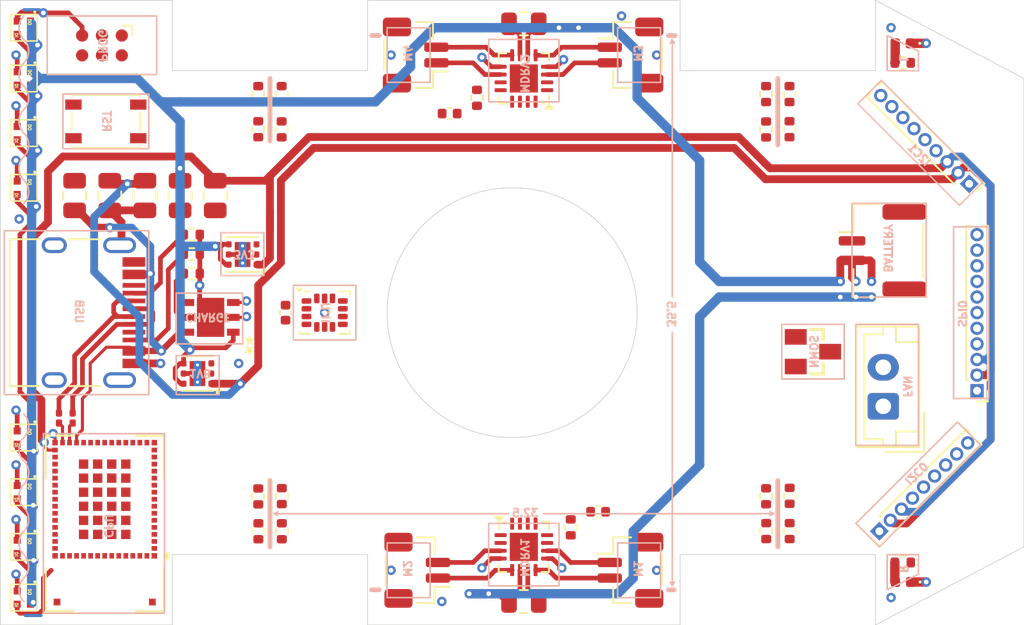
<source format=kicad_pcb>
(kicad_pcb (version 20241229) (generator "pcbnew") (generator_version "9.0")
  (layers (0 "F.Cu" signal) (4 "In1.Cu" signal) (6 "In2.Cu" signal) (8 "In3.Cu" signal) (10 "In4.Cu" signal) (2 "B.Cu" signal) (13 "F.Paste" user) (15 "B.Paste" user) (5 "F.SilkS" user "F.Silkscreen") (7 "B.SilkS" user "B.Silkscreen") (1 "F.Mask" user) (3 "B.Mask" user) (25 "Edge.Cuts" user))
  (net 0 "")
  (net 25 "/TURN_R")
  (net 46 "/TURN_L")
  (net 57 "/IMU_CS")
  (net 70 "Net-(U3-TOFF)")
  (net 71 "Net-(U2-TOFF)")
  (net 72 "Net-(M1-Pin_2)")
  (net 73 "+BATT")
  (net 74 "Net-(M1-Pin_1)")
  (net 75 "Net-(M2-Pin_2)")
  (net 76 "Net-(M2-Pin_1)")
  (net 77 "Net-(M3-Pin_2)")
  (net 78 "Net-(M3-Pin_1)")
  (net 79 "VBUS")
  (net 80 "GND")
  (net 81 "+3V3")
  (net 82 "Net-(J1-CC1)")
  (net 83 "/USB_D+")
  (net 84 "/USB_D-")
  (net 85 "Net-(J1-CC2)")
  (net 88 "/IMU_CLK")
  (net 89 "/IMU_MISO")
  (net 90 "/SENSE_LF")
  (net 94 "/SENSE_LR")
  (net 95 "/SENSE_RF")
  (net 97 "/SENSE_RR")
  (net 98 "/IMU_INT2")
  (net 99 "/IMU_MOSI")
  (net 100 "/SWCLK")
  (net 101 "/SWO")
  (net 102 "/RST")
  (net 103 "/SWDIO")
  (net 104 "Net-(D1-A)")
  (net 105 "Net-(D2-A)")
  (net 106 "Net-(U1-PH3-BOOT0)")
  (net 107 "/IMU_INT1")
  (net 108 "Net-(M4-Pin_1)")
  (net 109 "Net-(M4-Pin_2)")
  (net 110 "/R_PH_B")
  (net 111 "/R_PWM_A")
  (net 112 "/R_PWM_B")
  (net 113 "/R_RESET")
  (net 114 "/R_EN")
  (net 115 "/R_PH_A")
  (net 118 "Net-(J1-D+-PadA6)")
  (net 119 "Net-(J1-D--PadA7)")
  (net 120 "Net-(LED1-DOUT)")
  (net 121 "Net-(LED2-DOUT)")
  (net 122 "Net-(LED3-DOUT)")
  (net 123 "Net-(LED4-DOUT)")
  (net 124 "Net-(LED5-DOUT)")
  (net 125 "Net-(LED6-DOUT)")
  (net 126 "Net-(LED7-DOUT)")
  (net 128 "Net-(C8-Pad1)")
  (net 129 "Net-(C9-Pad1)")
  (net 130 "/LED_INPUT")
  (net 131 "/PWRON")
  (net 132 "/CHARGE")
  (net 133 "Net-(U6-PROG)")
  (net 134 "/L_PH_A")
  (net 135 "/L_EN")
  (net 136 "/L_PWM_B")
  (net 137 "/L_RESET")
  (net 138 "/L_PWM_A")
  (net 139 "/L_PH_B")
  (net 140 "+1V8")
  (net 165 "/FAN_CTRL")
  (footprint "MountingHole:MountingHole_2.1mm" (layer "F.Cu") (at 140.25 127.5 90)
    (property "Reference" "H3" (hide yes))
    (property "Value" "MountingHole" (hide yes))
  )
  (footprint "Capacitor_SMD:C_0805_2012Metric" (layer "F.Cu") (at 133.5 101.5 180)
    (property "Reference" "C3" (hide yes))
    (property "Value" "2.2u" (hide yes))
  )
  (footprint "Button_Switch_SMD:SW_SPST_PTS810" (layer "F.Cu") (at 106.75 107.75 180)
    (property "Reference" "SW1" (hide yes))
    (property "Value" "SW_Push" (hide yes))
  )
  (footprint "Connector_PinHeader_1.00mm:PinHeader_1x11_P1.00mm_Vertical" (layer "F.Cu") (at 162.5 125 180)
    (property "Reference" "J2" (hide yes))
    (property "Value" "Conn_01x11_Socket" (hide yes))
  )
  (footprint "Resistor_SMD:R_0402_1005Metric" (layer "F.Cu") (at 157.75 104 180)
    (property "Reference" "R3" (hide yes))
    (property "Value" "300r" (hide yes))
  )
  (footprint "Resistor_SMD:R_0402_1005Metric" (layer "F.Cu") (at 116.5 131.77 90)
    (property "Reference" "MR9" (hide yes))
    (property "Value" "5.1k" (hide yes))
  )
  (footprint "Resistor_SMD:R_0402_1005Metric" (layer "F.Cu") (at 116.5 108.25 90)
    (property "Reference" "MR3" (hide yes))
    (property "Value" "5.1k" (hide yes))
  )
  (footprint "Resistor_SMD:R_0402_1005Metric" (layer "F.Cu") (at 112.25 115 180)
    (property "Reference" "R1" (hide yes))
    (property "Value" "5.1k" (hide yes))
  )
  (footprint "Resistor_SMD:R_0402_1005Metric" (layer "F.Cu") (at 150.51 131.73 90)
    (property "Reference" "MR14" (hide yes))
    (property "Value" "5.1k" (hide yes))
  )
  (footprint "1010rgbled:LED-SMD_4P-L1.0-W1.0-TL_XL-1010RGBC-WS2812B" (layer "F.Cu") (at 101.5 128 -90)
    (property "Reference" "LED4" (hide yes))
    (property "Value" "WS2812B" (hide yes))
  )
  (footprint "Connector_JST:JST_SH_BM02B-SRSS-TB_1x02-1MP_P1.00mm_Vertical" (layer "F.Cu") (at 126.675 136.5 90)
    (property "Reference" "M2" (hide yes))
    (property "Value" "Conn_01x02_Socket" (hide yes))
  )
  (footprint "Capacitor_SMD:C_0805_2012Metric" (layer "F.Cu") (at 109.25 112.5 -90)
    (property "Reference" "C5" (hide yes))
    (property "Value" "10u" (hide yes))
  )
  (footprint "Package_DFN_QFN:VQFN-16-1EP_3x3mm_P0.5mm_EP1.8x1.8mm" (layer "F.Cu") (at 133.5 105 180)
    (property "Reference" "U2" (hide yes))
    (property "Value" "STSPIN240" (hide yes))
  )
  (footprint "Capacitor_SMD:C_0805_2012Metric" (layer "F.Cu") (at 107 112.5 -90)
    (property "Reference" "C4" (hide yes))
    (property "Value" "10u" (hide yes))
  )
  (footprint "Capacitor_SMD:C_0805_2012Metric" (layer "F.Cu") (at 113.75 112.5 -90)
    (property "Reference" "C10" (hide yes))
    (property "Value" "10u" (hide yes))
  )
  (footprint "Connector_JST:JST_SH_BM02B-SRSS-TB_1x02-1MP_P1.00mm_Vertical" (layer "F.Cu") (at 140.325 103.5 -90)
    (property "Reference" "M3" (hide yes))
    (property "Value" "Conn_01x02_Socket" (hide yes))
  )
  (footprint "Resistor_SMD:R_0402_1005Metric" (layer "F.Cu") (at 130.5 106.24 -90)
    (property "Reference" "R7" (hide yes))
    (property "Value" "20k" (hide yes))
  )
  (footprint "Package_SON:WSON-6-1EP_2x2mm_P0.65mm_EP1x1.6mm_ThermalVias" (layer "F.Cu") (at 115.5 116.275 180)
    (property "Reference" "U7" (hide yes))
    (property "Value" "LP5912-3.3DRV" (hide yes))
  )
  (footprint "stbc08:DFN6_3X3_STM" (layer "F.Cu") (at 113.4524 120.299999 180)
    (property "Reference" "U6" (hide yes))
    (property "Value" "STBC08PMR" (hide yes))
  )
  (footprint "Connector_USB:USB_C_Receptacle_HRO_TYPE-C-31-M-12" (layer "F.Cu") (at 104.5 120 -90)
    (property "Reference" "J1" (hide yes))
    (property "Value" "USB_C_Receptacle_USB2.0_14P" (hide yes))
  )
  (footprint "Connector:Tag-Connect_TC2030-IDC-NL_2x03_P1.27mm_Vertical" (layer "F.Cu") (at 106.5 102.885 180)
    (property "Reference" "J11" (hide yes))
    (property "Value" "TC2030" (hide yes))
  )
  (footprint "Resistor_SMD:R_0402_1005Metric" (layer "F.Cu") (at 150.5 108.25 90)
    (property "Reference" "MR8" (hide yes))
    (property "Value" "5.1k" (hide yes))
  )
  (footprint "Resistor_SMD:R_0402_1005Metric" (layer "F.Cu") (at 116.51 134 90)
    (property "Reference" "MR11" (hide yes))
    (property "Value" "5.1k" (hide yes))
  )
  (footprint "Resistor_SMD:R_0402_1005Metric" (layer "F.Cu") (at 150.51 133.99 90)
    (property "Reference" "MR16" (hide yes))
    (property "Value" "5.1k" (hide yes))
  )
  (footprint "Capacitor_SMD:C_0402_1005Metric" (layer "F.Cu") (at 138.25 132.75)
    (property "Reference" "C9" (hide yes))
    (property "Value" "1n" (hide yes))
  )
  (footprint "Resistor_SMD:R_0402_1005Metric" (layer "F.Cu") (at 118.01 131.75 90)
    (property "Reference" "MR10" (hide yes))
    (property "Value" "5.1k" (hide yes))
  )
  (footprint "Package_SON:WSON-6-1EP_2x2mm_P0.65mm_EP1x1.6mm_ThermalVias" (layer "F.Cu") (at 112.6125 123.9 180)
    (property "Reference" "U4" (hide yes))
    (property "Value" "LP5912-1.8DRV" (hide yes))
  )
  (footprint "1010rgbled:LED-SMD_4P-L1.0-W1.0-TL_XL-1010RGBC-WS2812B" (layer "F.Cu") (at 101.5 105 -90)
    (property "Reference" "LED7" (hide yes))
    (property "Value" "WS2812B" (hide yes))
  )
  (footprint "Resistor_SMD:R_0402_1005Metric" (layer "F.Cu") (at 118.01 134 90)
    (property "Reference" "MR12" (hide yes))
    (property "Value" "5.1k" (hide yes))
  )
  (footprint "Resistor_SMD:R_0402_1005Metric" (layer "F.Cu") (at 149 108.265 90)
    (property "Reference" "MR7" (hide yes))
    (property "Value" "5.1k" (hide yes))
  )
  (footprint "Package_DFN_QFN:VQFN-16-1EP_3x3mm_P0.5mm_EP1.8x1.8mm" (layer "F.Cu") (at 133.5 135)
    (property "Reference" "U3" (hide yes))
    (property "Value" "STSPIN240" (hide yes))
  )
  (footprint "LED_SMD:LED_0402_1005Metric" (layer "F.Cu") (at 157.765 137.25 180)
    (property "Reference" "D1" (hide yes))
    (property "Value" "LED" (hide yes))
  )
  (footprint "Connector_PinHeader_1.00mm:PinHeader_1x09_P1.00mm_Vertical" (layer "F.Cu") (at 156.25 134 135)
    (property "Reference" "J10" (hide yes))
    (property "Value" "Conn_01x09_Socket" (hide yes))
  )
  (footprint "Resistor_SMD:R_0402_1005Metric" (layer "F.Cu") (at 149 131.76 90)
    (property "Reference" "MR13" (hide yes))
    (property "Value" "5.1k" (hide yes))
  )
  (footprint "Connector_JST:JST_GH_BM02B-GHS-TBT_1x02-1MP_P1.25mm_Vertical" (layer "F.Cu") (at 156.45 116.025 -90)
    (property "Reference" "J9" (hide yes))
    (property "Value" "Conn_01x02_Socket" (hide yes))
  )
  (footprint "Resistor_SMD:R_0402_1005Metric" (layer "F.Cu") (at 118 106 90)
    (property "Reference" "MR2" (hide yes))
    (property "Value" "5.1k" (hide yes))
  )
  (footprint "Connector_PinHeader_1.00mm:PinHeader_1x09_P1.00mm_Vertical" (layer "F.Cu") (at 162 111.75 -135)
    (property "Reference" "J3" (hide yes))
    (property "Value" "Conn_01x09_Socket" (hide yes))
  )
  (footprint "Resistor_SMD:R_0402_1005Metric" (layer "F.Cu") (at 136.5 133.75 90)
    (property "Reference" "R8" (hide yes))
    (property "Value" "20k" (hide yes))
  )
  (footprint "Capacitor_SMD:C_0805_2012Metric" (layer "F.Cu") (at 111.5 112.5 -90)
    (property "Reference" "C7" (hide yes))
    (property "Value" "10u" (hide yes))
  )
  (footprint "1010rgbled:LED-SMD_4P-L1.0-W1.0-TL_XL-1010RGBC-WS2812B" (layer "F.Cu") (at 101.5 138.25 -90)
    (property "Reference" "LED1" (hide yes))
    (property "Value" "WS2812B" (hide yes))
  )
  (footprint "Resistor_SMD:R_0402_1005Metric" (layer "F.Cu") (at 118 108.26 90)
    (property "Reference" "MR4" (hide yes))
    (property "Value" "5.1k" (hide yes))
  )
  (footprint "Resistor_SMD:R_0402_1005Metric" (layer "F.Cu") (at 116.5 106 90)
    (property "Reference" "MR1" (hide yes))
    (property "Value" "5.1k" (hide yes))
  )
  (footprint "Resistor_SMD:R_0201_0603Metric" (layer "F.Cu") (at 104.625 126.75 -90)
    (property "Reference" "R5" (hide yes))
    (property "Value" "22r" (hide yes))
  )
  (footprint "Resistor_SMD:R_0201_0603Metric" (layer "F.Cu") (at 103.75 126.75 -90)
    (property "Reference" "R6" (hide yes))
    (property "Value" "22r" (hide yes))
  )
  (footprint "1010rgbled:LED-SMD_4P-L1.0-W1.0-TL_XL-1010RGBC-WS2812B" (layer "F.Cu") (at 101.5 108.5 -90)
    (property "Reference" "LED6" (hide yes))
    (property "Value" "WS2812B" (hide yes))
  )
  (footprint "Resistor_SMD:R_0402_1005Metric" (layer "F.Cu") (at 149.01 133.99 90)
    (property "Reference" "MR15" (hide yes))
    (property "Value" "5.1k" (hide yes))
  )
  (footprint "FDN327N:SSOT-3" (layer "F.Cu") (at 152 122.5 -90)
    (property "Reference" "Q1" (hide yes))
    (property "Value" "FDN327N" (hide yes))
  )
  (footprint "Connector_JST:JST_EH_B2B-EH-A_1x02_P2.50mm_Vertical" (layer "F.Cu") (at 156.5 126 90)
    (property "Reference" "J8" (hide yes))
    (property "Value" "Conn_01x02_Socket" (hide yes))
  )
  (footprint "1010rgbled:LED-SMD_4P-L1.0-W1.0-TL_XL-1010RGBC-WS2812B" (layer "F.Cu") (at 101.5 112 -90)
    (property "Reference" "LED5" (hide yes))
    (property "Value" "WS2812B" (hide yes))
  )
  (footprint "Capacitor_SMD:C_0402_1005Metric" (layer "F.Cu") (at 118.25 120 -90)
    (property "Reference" "C2" (hide yes))
    (property "Value" "100n" (hide yes))
  )
  (footprint "Resistor_SMD:R_0402_1005Metric" (layer "F.Cu") (at 112.25 117.5 180)
    (property "Reference" "R10" (hide yes))
    (property "Value" "1k" (hide yes))
  )
  (footprint "Resistor_SMD:R_0402_1005Metric" (layer "F.Cu") (at 157.75 136 180)
    (property "Reference" "R4" (hide yes))
    (property "Value" "300r" (hide yes))
  )
  (footprint "Connector_JST:JST_SH_BM02B-SRSS-TB_1x02-1MP_P1.00mm_Vertical" (layer "F.Cu") (at 126.575 103.5 90)
    (property "Reference" "M4" (hide yes))
    (property "Value" "Conn_01x02_Socket" (hide yes))
  )
  (footprint "LED_SMD:LED_0402_1005Metric" (layer "F.Cu") (at 157.75 102.75 180)
    (property "Reference" "D2" (hide yes))
    (property "Value" "LED" (hide yes))
  )
  (footprint "Connector_JST:JST_SH_BM02B-SRSS-TB_1x02-1MP_P1.00mm_Vertical" (layer "F.Cu") (at 140.325 136.5 -90)
    (property "Reference" "M1" (hide yes))
    (property "Value" "Conn_01x02_Socket" (hide yes))
  )
  (footprint "Capacitor_SMD:C_0805_2012Metric" (layer "F.Cu") (at 133.5 138.5)
    (property "Reference" "C6" (hide yes))
    (property "Value" "2.2u" (hide yes))
  )
  (footprint "1010rgbled:LED-SMD_4P-L1.0-W1.0-TL_XL-1010RGBC-WS2812B" (layer "F.Cu") (at 101.5 131.5 -90)
    (property "Reference" "LED3" (hide yes))
    (property "Value" "WS2812B" (hide yes))
  )
  (footprint "Capacitor_SMD:C_0805_2012Metric" (layer "F.Cu") (at 104.75 112.5 90)
    (property "Reference" "C1" (hide yes))
    (property "Value" "10u" (hide yes))
  )
  (footprint "Resistor_SMD:R_0402_1005Metric" (layer "F.Cu") (at 150.5 106 90)
    (property "Reference" "MR6" (hide yes))
    (property "Value" "5.1k" (hide yes))
  )
  (footprint "1010rgbled:LED-SMD_4P-L1.0-W1.0-TL_XL-1010RGBC-WS2812B" (layer "F.Cu") (at 101.5 135 -90)
    (property "Reference" "LED2" (hide yes))
    (property "Value" "WS2812B" (hide yes))
  )
  (footprint "Capacitor_SMD:C_0402_1005Metric" (layer "F.Cu") (at 128.75 107.25 180)
    (property "Reference" "C8" (hide yes))
    (property "Value" "1n" (hide yes))
  )
  (footprint "Package_LGA:LGA-14_3x2.5mm_P0.5mm_LayoutBorder3x4y" (layer "F.Cu") (at 120.75 120)
    (property "Reference" "U5" (hide yes))
    (property "Value" "LSM6DSO" (hide yes))
  )
  (footprint "RF_Module:ST-SiP-LGA-86-11x7.3mm" (layer "F.Cu") (at 106.675 133.5 180)
    (property "Reference" "U1" (hide yes))
    (property "Value" "STM32WB5MMG" (hide yes))
  )
  (footprint "Resistor_SMD:R_0402_1005Metric" (layer "F.Cu") (at 149 106 90)
    (property "Reference" "MR5" (hide yes))
    (property "Value" "5.1k" (hide yes))
  )
  (footprint "Resistor_SMD:R_0402_1005Metric" (layer "F.Cu") (at 112.25 116.25 180)
    (property "Reference" "R2" (hide yes))
    (property "Value" "5.1k" (hide yes))
  )
  (footprint "1010rgbled:LED-SMD_4P-L1.0-W1.0-TL_XL-1010RGBC-WS2812B" (layer "F.Cu") (at 101.5 101.75 -90)
    (property "Reference" "LED8" (hide yes))
    (property "Value" "WS2812B" (hide yes))
  )
  (footprint "MountingHole:MountingHole_2.1mm" (layer "F.Cu") (at 125.25 112.5 90)
    (property "Reference" "H2" (hide yes))
    (property "Value" "MountingHole" (hide yes))
  )
  (gr_line (start 101.6 139.4) (end 102.6 139.4) (stroke (width 0.2)) (layer "B.Cu") (net 80))
  (gr_line (start 101.5 100.6) (end 102.5 100.6) (stroke (width 0.2)) (layer "B.Cu") (net 80))
  (gr_line (start 149.75 135) (end 149.75 130.75) (stroke (width 0.3)) (layer "F.SilkS"))
  (gr_line (start 149.75 109.25) (end 149.75 105) (stroke (width 0.3)) (layer "F.SilkS"))
  (gr_line (start 117.25 105) (end 117.25 109) (stroke (width 0.3)) (layer "F.SilkS"))
  (gr_line (start 117.25 135) (end 117.25 130.75) (stroke (width 0.3)) (layer "F.SilkS"))
  (gr_line (start 117.5 132.875) (end 117.75 132.75) (stroke (width 0.1)) (layer "B.SilkS"))
  (gr_line (start 132.5 132.875) (end 117.5 132.875) (stroke (width 0.1)) (layer "B.SilkS"))
  (gr_arc (start 101.5 129.5) (mid 101.18934 128.75) (end 101.5 128) (stroke (width 0.1)) (layer "B.SilkS"))
  (gr_arc (start 101.5 135.5) (mid 101.81066 136.25) (end 101.5 137) (stroke (width 0.1)) (layer "B.SilkS"))
  (gr_line (start 149.5 132.875) (end 134.75 132.875) (stroke (width 0.1)) (layer "B.SilkS"))
  (gr_rect (start 102.75 127.75) (end 110.5 139.25) (stroke (width 0.1)) (fill no) (layer "B.SilkS"))
  (gr_line (start 143.125 137.75) (end 142.75 137.75) (stroke (width 0.3)) (layer "B.SilkS"))
  (gr_rect (start 161 114.5) (end 163.25 125.5) (stroke (width 0.1)) (fill no) (layer "B.SilkS"))
  (gr_line (start 143.1875 102.25) (end 142.75 102.25) (stroke (width 0.3)) (layer "B.SilkS"))
  (gr_line (start 124.25 102.25) (end 123.75 102.25) (stroke (width 0.3)) (layer "B.SilkS"))
  (gr_arc (start 101.5 126.5) (mid 101.81066 127.25) (end 101.5 128) (stroke (width 0.1)) (layer "B.SilkS"))
  (gr_rect (start 114.1125 114.875) (end 116.8625 117.625) (stroke (width 0.1)) (fill no) (layer "B.SilkS"))
  (gr_rect (start 100.25 114.75) (end 109.5 125.25) (stroke (width 0.1)) (fill no) (layer "B.SilkS"))
  (gr_arc (start 101.5 111.5) (mid 101.81066 112.25) (end 101.5 113) (stroke (width 0.1)) (layer "B.SilkS"))
  (gr_arc (start 101.5 105.5) (mid 101.81066 106.25) (end 101.5 107) (stroke (width 0.1)) (layer "B.SilkS"))
  (gr_line (start 143 129.5) (end 143 121.25) (stroke (width 0.1)) (layer "B.SilkS"))
  (gr_arc (start 101.5 102.5) (mid 101.18934 101.75) (end 101.5 101) (stroke (width 0.1)) (layer "B.SilkS"))
  (gr_rect (start 154.75 120.75) (end 158.75 128.5) (stroke (width 0.1)) (fill no) (layer "B.SilkS"))
  (gr_line (start 124.25 137.75) (end 123.75 137.75) (stroke (width 0.3)) (layer "B.SilkS"))
  (gr_arc (start 101.5 105.5) (mid 101.18934 104.75) (end 101.5 104) (stroke (width 0.1)) (layer "B.SilkS"))
  (gr_line (start 117.25 135) (end 117.25 130.75) (stroke (width 0.3)) (layer "B.SilkS"))
  (gr_arc (start 101.5 111.5) (mid 101.18934 110.75) (end 101.5 110) (stroke (width 0.1)) (layer "B.SilkS"))
  (gr_arc (start 101.5 138.5) (mid 101.18934 137.75) (end 101.5 137) (stroke (width 0.1)) (layer "B.SilkS"))
  (gr_line (start 143.125 137.25) (end 143 137.5) (stroke (width 0.1)) (layer "B.SilkS"))
  (gr_rect (start 131.25 133.5) (end 135.75 137.5) (stroke (width 0.1)) (fill no) (layer "B.SilkS"))
  (gr_rect (start 139.5 134.75) (end 142.25 138.25) (stroke (width 0.1)) (fill no) (layer "B.SilkS"))
  (gr_line (start 117.25 105) (end 117.25 109) (stroke (width 0.3)) (layer "B.SilkS"))
  (gr_rect (start 104 106) (end 109.5 109.5) (stroke (width 0.1)) (fill no) (layer "B.SilkS"))
  (gr_line (start 143 137.5) (end 142.875 137.25) (stroke (width 0.1)) (layer "B.SilkS"))
  (gr_rect (start 118.75 118.25) (end 122.75 121.75) (stroke (width 0.1)) (fill no) (layer "B.SilkS"))
  (gr_poly (pts (xy 156.25 135) (xy 154.75 133.5) (xy 161.25 127) (xy 162.75 128.5)) (stroke (width 0.1)) (fill no) (layer "B.SilkS"))
  (gr_rect (start 103 101) (end 110 104.75) (stroke (width 0.1)) (fill no) (layer "B.SilkS"))
  (gr_rect (start 111.25 118.75) (end 115.5 122) (stroke (width 0.1)) (fill no) (layer "B.SilkS"))
  (gr_line (start 149.75 109.25) (end 149.75 105) (stroke (width 0.3)) (layer "B.SilkS"))
  (gr_line (start 117.75 133) (end 117.5 132.875) (stroke (width 0.1)) (layer "B.SilkS"))
  (gr_arc (start 101.5 108.5) (mid 101.81066 109.25) (end 101.5 110) (stroke (width 0.1)) (layer "B.SilkS"))
  (gr_rect (start 139.5 101.75) (end 142.25 105.25) (stroke (width 0.1)) (fill no) (layer "B.SilkS"))
  (gr_line (start 143 102.5) (end 143.125 102.75) (stroke (width 0.1)) (layer "B.SilkS"))
  (gr_rect (start 154.5 113) (end 159.25 119) (stroke (width 0.1)) (fill no) (layer "B.SilkS"))
  (gr_arc (start 101.5 132.5) (mid 101.18934 131.75) (end 101.5 131) (stroke (width 0.1)) (layer "B.SilkS"))
  (gr_line (start 143 137.5) (end 143 129.5) (stroke (width 0.1)) (layer "B.SilkS"))
  (gr_line (start 143 112.75) (end 143 102.5) (stroke (width 0.1)) (layer "B.SilkS"))
  (gr_rect (start 131.25 102.5) (end 135.75 106.5) (stroke (width 0.1)) (fill no) (layer "B.SilkS"))
  (gr_arc (start 101.5 132.5) (mid 101.81066 133.25) (end 101.5 134) (stroke (width 0.1)) (layer "B.SilkS"))
  (gr_arc (start 101.5 108.5) (mid 101.18934 107.75) (end 101.5 107) (stroke (width 0.1)) (layer "B.SilkS"))
  (gr_line (start 142.875 102.75) (end 143 102.5) (stroke (width 0.1)) (layer "B.SilkS"))
  (gr_arc (start 101.5 129.5) (mid 101.81066 130.25) (end 101.5 131) (stroke (width 0.1)) (layer "B.SilkS"))
  (gr_line (start 143 119) (end 143 112.625) (stroke (width 0.1)) (layer "B.SilkS"))
  (gr_line (start 149.75 135) (end 149.75 130.75) (stroke (width 0.3)) (layer "B.SilkS"))
  (gr_rect (start 124.75 134.75) (end 127.5 138.25) (stroke (width 0.1)) (fill no) (layer "B.SilkS"))
  (gr_arc (start 101.5 102.5) (mid 101.81066 103.25) (end 101.5 104) (stroke (width 0.1)) (layer "B.SilkS"))
  (gr_poly (pts (xy 156.75 102.25) (xy 156.75 104.5) (xy 158.75 104.5) (xy 158.75 103.25)) (stroke (width 0.1)) (fill no) (layer "B.SilkS"))
  (gr_rect (start 124.75 101.75) (end 127.5 105.25) (stroke (width 0.1)) (fill no) (layer "B.SilkS"))
  (gr_rect (start 150 120.75) (end 154 124.25) (stroke (width 0.1)) (fill no) (layer "B.SilkS"))
  (gr_arc (start 101.5 135.5) (mid 101.18934 134.75) (end 101.5 134) (stroke (width 0.1)) (layer "B.SilkS"))
  (gr_line (start 149.5 132.875) (end 149.25 133) (stroke (width 0.1)) (layer "B.SilkS"))
  (gr_poly (pts (xy 156.75 137.75) (xy 156.75 135.5) (xy 158.75 135.5) (xy 158.75 136.75)) (stroke (width 0.1)) (fill no) (layer "B.SilkS"))
  (gr_poly (pts (xy 162.875 111.625) (xy 161.375 113.125) (xy 154.875 106.625) (xy 156.375 105.125)) (stroke (width 0.1)) (fill no) (layer "B.SilkS"))
  (gr_rect (start 111.25 122.75) (end 114 125.25) (stroke (width 0.1)) (fill no) (layer "B.SilkS"))
  (gr_line (start 149.25 132.75) (end 149.5 132.875) (stroke (width 0.1)) (layer "B.SilkS"))
  (gr_line (start 143.5 104.5) (end 143.5 100) (stroke (width 0.05)) (layer "Edge.Cuts"))
  (gr_line (start 100 100) (end 111 100) (stroke (width 0.05)) (layer "Edge.Cuts"))
  (gr_line (start 165.5 105) (end 165.5 120) (stroke (width 0.05)) (layer "Edge.Cuts"))
  (gr_line (start 143.5 135.5) (end 156 135.5) (stroke (width 0.05)) (layer "Edge.Cuts"))
  (gr_line (start 123.5 100) (end 143.5 100) (stroke (width 0.05)) (layer "Edge.Cuts"))
  (gr_line (start 123.5 135.5) (end 123.5 140) (stroke (width 0.05)) (layer "Edge.Cuts"))
  (gr_line (start 100 140) (end 111 140) (stroke (width 0.05)) (layer "Edge.Cuts"))
  (gr_line (start 143.5 104.5) (end 156 104.5) (stroke (width 0.05)) (layer "Edge.Cuts"))
  (gr_line (start 156 100) (end 156 104.5) (stroke (width 0.05)) (layer "Edge.Cuts"))
  (gr_line (start 111 104.5) (end 123.5 104.5) (stroke (width 0.05)) (layer "Edge.Cuts"))
  (gr_line (start 165.5 135) (end 165.5 120) (stroke (width 0.05)) (layer "Edge.Cuts"))
  (gr_line (start 111 140) (end 111 135.5) (stroke (width 0.05)) (layer "Edge.Cuts"))
  (gr_line (start 111 104.5) (end 111 100) (stroke (width 0.05)) (layer "Edge.Cuts"))
  (gr_line (start 111 135.5) (end 123.5 135.5) (stroke (width 0.05)) (layer "Edge.Cuts"))
  (gr_circle (center 132.75 120) (end 140.75 120) (stroke (width 0.05)) (fill no) (layer "Edge.Cuts"))
  (gr_line (start 156 100) (end 165.5 105) (stroke (width 0.05)) (layer "Edge.Cuts"))
  (gr_line (start 123.5 100) (end 123.5 104.5) (stroke (width 0.05)) (layer "Edge.Cuts"))
  (gr_line (start 156 140) (end 165.5 135) (stroke (width 0.05)) (layer "Edge.Cuts"))
  (gr_line (start 156 135.5) (end 156 140) (stroke (width 0.05)) (layer "Edge.Cuts"))
  (gr_line (start 100 140) (end 100 100) (stroke (width 0.05)) (layer "Edge.Cuts"))
  (gr_line (start 143.5 140) (end 143.5 135.5) (stroke (width 0.05)) (layer "Edge.Cuts"))
  (gr_line (start 123.5 140) (end 143.5 140) (stroke (width 0.05)) (layer "Edge.Cuts"))
  (gr_text "PROG" (at 106.25 104 270) (layer "B.SilkS") (effects (font (size 0.5 0.5) (thickness 0.125) (bold yes)) (justify left bottom mirror)))
  (gr_text "R" (at 157.5 136.75 270) (layer "B.SilkS") (effects (font (size 0.5 0.5) (thickness 0.125) (bold yes)) (justify left bottom mirror)))
  (gr_text "NMOS" (at 151.75 123.625 270) (layer "B.SilkS") (effects (font (size 0.5 0.5) (thickness 0.125) (bold yes)) (justify left bottom mirror)))
  (gr_text "I2C0" (at 157.75 130.75 225) (layer "B.SilkS") (effects (font (size 0.5 0.5) (thickness 0.125) (bold yes)) (justify left bottom mirror)))
  (gr_text "CHARGE" (at 111.75 120 180) (layer "B.SilkS") (effects (font (size 0.5 0.5) (thickness 0.125) (bold yes)) (justify left bottom mirror)))
  (gr_text "USB" (at 104.75 120.75 270) (layer "B.SilkS") (effects (font (size 0.5 0.5) (thickness 0.125) (bold yes)) (justify left bottom mirror)))
  (gr_text "RST" (at 106.5 108.5 270) (layer "B.SilkS") (effects (font (size 0.5 0.5) (thickness 0.125) (bold yes)) (justify left bottom mirror)))
  (gr_text "3V3" (at 114.8375 115.975 180) (layer "B.SilkS") (effects (font (size 0.5 0.5) (thickness 0.125) (bold yes)) (justify left bottom mirror)))
  (gr_text "M1" (at 140.5 137 270) (layer "B.SilkS") (effects (font (size 0.5 0.5) (thickness 0.125) (bold yes)) (justify left bottom mirror)))
  (gr_text "35.5" (at 142.625 121 270) (layer "B.SilkS") (effects (font (size 0.5 0.5) (thickness 0.125) (bold yes)) (justify left bottom mirror)))
  (gr_text "FAN" (at 157.75 125.5 270) (layer "B.SilkS") (effects (font (size 0.5 0.5) (thickness 0.125) (bold yes)) (justify left bottom mirror)))
  (gr_text "M3" (at 140.5 104 270) (layer "B.SilkS") (effects (font (size 0.5 0.5) (thickness 0.125) (bold yes)) (justify left bottom mirror)))
  (gr_text "32.5" (at 134.5 133.125 0) (layer "B.SilkS") (effects (font (size 0.5 0.5) (thickness 0.125) (bold yes)) (justify left bottom mirror)))
  (gr_text "MDRV2" (at 133.25 106 270) (layer "B.SilkS") (effects (font (size 0.5 0.5) (thickness 0.125) (bold yes)) (justify left bottom mirror)))
  (gr_text "M4" (at 125.75 104 270) (layer "B.SilkS") (effects (font (size 0.5 0.5) (thickness 0.125) (bold yes)) (justify left bottom mirror)))
  (gr_text "L" (at 157.5 104 270) (layer "B.SilkS") (effects (font (size 0.5 0.5) (thickness 0.125) (bold yes)) (justify left bottom mirror)))
  (gr_text "SPI0" (at 161.25 121 270) (layer "B.SilkS") (effects (font (size 0.5 0.5) (thickness 0.125) (bold yes)) (justify left bottom mirror)))
  (gr_text "M2" (at 125.75 137 270) (layer "B.SilkS") (effects (font (size 0.5 0.5) (thickness 0.125) (bold yes)) (justify left bottom mirror)))
  (gr_text "CPU" (at 106.625 134.5 270) (layer "B.SilkS") (effects (font (size 0.5 0.5) (thickness 0.125) (bold yes)) (justify left bottom mirror)))
  (gr_text "IMU" (at 120.5 120.75 270) (layer "B.SilkS") (effects (font (size 0.5 0.5) (thickness 0.125) (bold yes)) (justify left bottom mirror)))
  (gr_text "I2C1" (at 159.25 110.75 315) (layer "B.SilkS") (effects (font (size 0.5 0.5) (thickness 0.125) (bold yes)) (justify left bottom mirror)))
  (gr_text "MDRV1" (at 133.25 137 270) (layer "B.SilkS") (effects (font (size 0.5 0.5) (thickness 0.125) (bold yes)) (justify left bottom mirror)))
  (gr_text "BATTERY" (at 156.5 117.5 270) (layer "B.SilkS") (effects (font (size 0.5 0.5) (thickness 0.125) (bold yes)) (justify left bottom mirror)))
  (gr_text "1V8" (at 112 123.6 180) (layer "B.SilkS") (effects (font (size 0.5 0.5) (thickness 0.125) (bold yes)) (justify left bottom mirror)))
  (segment (start 135.480761 136.9) (end 135.068261 136.4875) (width 0.3) (layer "F.Cu") (net 72))
  (segment (start 139 137) (end 135.580761 137) (width 0.3) (layer "F.Cu") (net 72))
  (segment (start 135.068261 136.4875) (end 134.25 136.4875) (width 0.3) (layer "F.Cu") (net 72))
  (segment (start 135.580761 137) (end 135.068261 136.4875) (width 0.3) (layer "F.Cu") (net 72))
  (segment (start 154.5 116.65) (end 153.75 116.65) (width 0.5) (layer "F.Cu") (net 73))
  (segment (start 101.9249 108.9249) (end 101.9249 109.15766) (width 0.3) (layer "F.Cu") (net 73))
  (segment (start 153.75 118) (end 153.75 116.65) (width 0.5) (layer "F.Cu") (net 73))
  (segment (start 133.25 137.8) (end 132.55 138.5) (width 0.3) (layer "F.Cu") (net 73))
  (segment (start 133.75 102.2) (end 134.45 101.5) (width 0.3) (layer "F.Cu") (net 73))
  (segment (start 137 101.75) (end 135.75 101.75) (width 0.6) (layer "F.Cu") (net 73))
  (segment (start 154.5 116.65) (end 154.5 117.75) (width 0.5) (layer "F.Cu") (net 73))
  (segment (start 154.5 116.65) (end 155.65 116.65) (width 0.5) (layer "F.Cu") (net 73))
  (segment (start 101.9249 112.835006) (end 102.294947 113.205053) (width 0.3) (layer "F.Cu") (net 73))
  (segment (start 154.5 117.75) (end 154.75 118) (width 0.5) (layer "F.Cu") (net 73))
  (segment (start 111.54343 124.55) (end 111.1865 124.19307) (width 0.3) (layer "F.Cu") (net 73))
  (segment (start 111.5 110.75) (end 111.5 111.55) (width 0.6) (layer "F.Cu") (net 73))
  (segment (start 101.9249 105.4249) (end 101.9249 105.65766) (width 0.3) (layer "F.Cu") (net 73))
  (segment (start 111.1865 123.5635) (end 111.5 123.25) (width 0.3) (layer "F.Cu") (net 73))
  (segment (start 112.2605 122.25) (end 114.4298 122.25) (width 0.3) (layer "F.Cu") (net 73))
  (segment (start 101.9249 109.15766) (end 102.380087 109.612847) (width 0.3) (layer "F.Cu") (net 73))
  (segment (start 101.9249 128.4249) (end 101.9249 128.65766) (width 0.3) (layer "F.Cu") (net 73))
  (segment (start 155.65 116.65) (end 155.75 116.75) (width 0.5) (layer "F.Cu") (net 73))
  (segment (start 102.104133 132.336894) (end 101.9249 132.15766) (width 0.3) (layer "F.Cu") (net 73))
  (segment (start 134.7 101.75) (end 134.45 101.5) (width 0.6) (layer "F.Cu") (net 73))
  (segment (start 114.4298 122.25) (end 114.9048 121.775) (width 0.3) (layer "F.Cu") (net 73))
  (segment (start 101.9249 135.65766) (end 101.9249 135.4249) (width 0.3) (layer "F.Cu") (net 73))
  (segment (start 101.9249 102.40766) (end 102.380087 102.862847) (width 0.3) (layer "F.Cu") (net 73))
  (segment (start 114.074 116.573999) (end 114.074 115.801) (width 0.3) (layer "F.Cu") (net 73))
  (segment (start 114.25 115.625) (end 113.875 115.625) (width 0.3) (layer "F.Cu") (net 73))
  (segment (start 111.5 123.25) (end 111.725 123.25) (width 0.3) (layer "F.Cu") (net 73))
  (segment (start 133.25 136.4875) (end 133.25 137.8) (width 0.3) (layer "F.Cu") (net 73))
  (segment (start 133.75 103.5125) (end 133.75 102.2) (width 0.3) (layer "F.Cu") (net 73))
  (segment (start 114.425001 116.925) (end 114.074 116.573999) (width 0.3) (layer "F.Cu") (net 73))
  (segment (start 155.75 118) (end 155.75 116.75) (width 0.5) (layer "F.Cu") (net 73))
  (segment (start 132.05 138) (end 132.55 138.5) (width 0.6) (layer "F.Cu") (net 73))
  (segment (start 111.725 123.25) (end 111.725 122.7855) (width 0.3) (layer "F.Cu") (net 73))
  (segment (start 111.725 124.55) (end 111.54343 124.55) (width 0.3) (layer "F.Cu") (net 73))
  (segment (start 102.1 138.5501) (end 101.9752 138.6749) (width 0.3) (layer "F.Cu") (net 73))
  (segment (start 102.13362 135.86638) (end 101.9249 135.65766) (width 0.3) (layer "F.Cu") (net 73))
  (segment (start 113.875 115.625) (end 113.75 115.75) (width 0.3) (layer "F.Cu") (net 73))
  (segment (start 114.074 115.801) (end 114.25 115.625) (width 0.3) (layer "F.Cu") (net 73))
  (segment (start 101.9249 102.1749) (end 101.9249 102.40766) (width 0.3) (layer "F.Cu") (net 73))
  (segment (start 111.1865 124.19307) (end 111.1865 123.5635) (width 0.3) (layer "F.Cu") (net 73))
  (segment (start 101.9752 138.6749) (end 101.9249 138.6749) (width 0.3) (layer "F.Cu") (net 73))
  (segment (start 101.9249 128.65766) (end 102.13362 128.86638) (width 0.3) (layer "F.Cu") (net 73))
  (segment (start 101.9249 105.65766) (end 102.38362 106.11638) (width 0.3) (layer "F.Cu") (net 73))
  (segment (start 114.9048 121.775) (end 114.9048 121.25) (width 0.3) (layer "F.Cu") (net 73))
  (segment (start 114.6125 115.625) (end 114.25 115.625) (width 0.3) (layer "F.Cu") (net 73))
  (segment (start 111.725 122.7855) (end 112.2605 122.25) (width 0.3) (layer "F.Cu") (net 73))
  (segment (start 135.75 101.75) (end 134.7 101.75) (width 0.6) (layer "F.Cu") (net 73))
  (segment (start 114.6125 116.925) (end 114.425001 116.925) (width 0.3) (layer "F.Cu") (net 73))
  (segment (start 101.9249 112.4249) (end 101.9249 112.835006) (width 0.3) (layer "F.Cu") (net 73))
  (segment (start 101.9249 132.15766) (end 101.9249 131.9249) (width 0.3) (layer "F.Cu") (net 73))
  (segment (start 130 138) (end 132.05 138) (width 0.6) (layer "F.Cu") (net 73))
  (via (at 153.75 118) (size 0.6) (drill 0.3) (layers "F.Cu" "B.Cu") (net 73))
  (via (at 131.25 138) (size 0.6) (drill 0.3) (layers "F.Cu" "B.Cu") (net 73))
  (via (at 111.5 110.75) (size 0.6) (drill 0.3) (layers "F.Cu" "B.Cu") (net 73))
  (via (at 154.75 118) (size 0.6) (drill 0.3) (layers "F.Cu" "B.Cu") (net 73))
  (via (at 137 101.75) (size 0.6) (drill 0.3) (layers "F.Cu" "B.Cu") (net 73))
  (via (at 102.104133 132.336894) (size 0.6) (drill 0.3) (layers "F.Cu" "B.Cu") (net 73))
  (via (at 102.380087 102.862847) (size 0.6) (drill 0.3) (layers "F.Cu" "B.Cu") (net 73))
  (via (at 102.13362 135.86638) (size 0.6) (drill 0.3) (layers "F.Cu" "B.Cu") (net 73))
  (via (at 130 138) (size 0.6) (drill 0.3) (layers "F.Cu" "B.Cu") (net 73))
  (via (at 113.75 115.75) (size 0.6) (drill 0.3) (layers "F.Cu" "B.Cu") (net 73))
  (via (at 135.75 101.75) (size 0.6) (drill 0.3) (layers "F.Cu" "B.Cu") (net 73))
  (via (at 153.75 119) (size 0.6) (drill 0.3) (layers "F.Cu" "B.Cu") (net 73))
  (via (at 102.38362 106.11638) (size 0.6) (drill 0.3) (layers "F.Cu" "B.Cu") (net 73))
  (via (at 102.294947 113.205053) (size 0.6) (drill 0.3) (layers "F.Cu" "B.Cu") (net 73))
  (via (at 155.75 119) (size 0.6) (drill 0.3) (layers "F.Cu" "B.Cu") (net 73))
  (via (at 155.75 118) (size 0.6) (drill 0.3) (layers "F.Cu" "B.Cu") (net 73))
  (via (at 102.1 138.5501) (size 0.6) (drill 0.3) (layers "F.Cu" "B.Cu") (net 73))
  (via (at 154.75 119) (size 0.6) (drill 0.3) (layers "F.Cu" "B.Cu") (net 73))
  (via (at 102.380087 109.612847) (size 0.6) (drill 0.3) (layers "F.Cu" "B.Cu") (net 73))
  (via (at 112.13025 122.38025) (size 0.6) (drill 0.3) (layers "F.Cu" "B.Cu") (net 73))
  (via (at 102.13362 128.86638) (size 0.6) (drill 0.3) (layers "F.Cu" "B.Cu") (net 73))
  (segment (start 144.75 129.75) (end 140.5 134) (width 0.6) (layer "B.Cu") (net 73))
  (segment (start 111.5 110.75) (end 111.5 115.75) (width 0.6) (layer "B.Cu") (net 73))
  (segment (start 102 113.5) (end 102.294947 113.205053) (width 0.6) (layer "B.Cu") (net 73))
  (segment (start 102 128.5) (end 102 129.5) (width 0.6) (layer "B.Cu") (net 73))
  (segment (start 139.25 101.75) (end 138 101.75) (width 0.6) (layer "B.Cu") (net 73))
  (segment (start 102.104133 132.336894) (end 102 132.23276) (width 0.6) (layer "B.Cu") (net 73))
  (segment (start 111.5 110.75) (end 111.5 107.75) (width 0.6) (layer "B.Cu") (net 73))
  (segment (start 102 129) (end 102.13362 128.86638) (width 0.6) (layer "B.Cu") (net 73))
  (segment (start 102 103.25) (end 102 102.5) (width 0.6) (layer "B.Cu") (net 73))
  (segment (start 140.5 137) (end 139.5 138) (width 0.6) (layer "B.Cu") (net 73))
  (segment (start 111.5 107.75) (end 110.25 106.5) (width 0.6) (layer "B.Cu") (net 73))
  (segment (start 102.5 105) (end 102 104.5) (width 0.6) (layer "B.Cu") (net 73))
  (segment (start 102 129.5) (end 102 129) (width 0.6) (layer "B.Cu") (net 73))
  (segment (start 140.75 106.25) (end 140.75 103.25) (width 0.6) (layer "B.Cu") (net 73))
  (segment (start 102 138.4501) (end 102.1 138.5501) (width 0.6) (layer "B.Cu") (net 73))
  (segment (start 102 113.75) (end 102 128.5) (width 0.6) (layer "B.Cu") (net 73))
  (segment (start 144.75 116.75) (end 144.75 110.25) (width 0.6) (layer "B.Cu") (net 73))
  (segment (start 139.5 138) (end 131.25 138) (width 0.6) (layer "B.Cu") (net 73))
  (segment (start 135.75 101.75) (end 134.75 101.75) (width 0.6) (layer "B.Cu") (net 73))
  (segment (start 137 101.75) (end 138 101.75) (width 0.6) (layer "B.Cu") (net 73))
  (segment (start 102 132.5) (end 102 133) (width 0.6) (layer "B.Cu") (net 73))
  (segment (start 146 118) (end 144.75 116.75) (width 0.6) (layer "B.Cu") (net 73))
  (segment (start 102.5 105) (end 102 105.5) (width 0.6) (layer "B.Cu") (net 73))
  (segment (start 102 104.25) (end 102 103.25) (width 0.6) (layer "B.Cu") (net 73))
  (segment (start 102 112.75) (end 102 112.910106) (width 0.6) (layer "B.Cu") (net 73))
  (segment (start 102 104.5) (end 102 104.25) (width 0.6) (layer "B.Cu") (net 73))
  (segment (start 144.75 110.25) (end 140.75 106.25) (width 0.6) (layer "B.Cu") (net 73))
  (segment (start 102 136.25) (end 102 136) (width 0.6) (layer "B.Cu") (net 73))
  (segment (start 111.5 115.75) (end 111.5 121.75) (width 0.6) (layer "B.Cu") (net 73))
  (segment (start 102.01724 105.75) (end 102.38362 106.11638) (width 0.6) (layer "B.Cu") (net 73))
  (segment (start 131.25 138) (end 130 138) (width 0.6) (layer "B.Cu") (net 73))
  (segment (start 102 106.5) (end 102.38362 106.11638) (width 0.6) (layer "B.Cu") (net 73))
  (segment (start 146 119) (end 144.75 120.25) (width 0.6) (layer "B.Cu") (net 73))
  (segment (start 102 105.75) (end 102 106.5) (width 0.6) (layer "B.Cu") (net 73))
  (segment (start 102 112.75) (end 102 113.75) (width 0.6) (layer "B.Cu") (net 73))
  (segment (start 111.5 106.5) (end 110.25 106.5) (width 0.6) (layer "B.Cu") (net 73))
  (segment (start 102.104133 132.336894) (end 102.104133 132.395867) (width 0.6) (layer "B.Cu") (net 73))
  (segment (start 102 109.25) (end 102.01724 109.25) (width 0.6) (layer "B.Cu") (net 73))
  (segment (start 102 113.75) (end 102 113.5) (width 0.6) (layer "B.Cu") (net 73))
  (segment (start 102 136) (end 102.13362 135.86638) (width 0.6) (layer "B.Cu") (net 73))
  (segment (start 102 133) (end 102 135.5) (width 0.6) (layer "B.Cu") (net 73))
  (segment (start 102 105.75) (end 102.01724 105.75) (width 0.6) (layer "B.Cu") (net 73))
  (segment (start 111.5 121.75) (end 112.13025 122.38025) (width 0.6) (layer "B.Cu") (net 73))
  (segment (start 102 135.5) (end 102 135.73276) (width 0.6) (layer "B.Cu") (net 73))
  (segment (start 102 129.5) (end 102 132) (width 0.6) (layer "B.Cu") (net 73))
  (segment (start 102 135.73276) (end 102.13362 135.86638) (width 0.6) (layer "B.Cu") (net 73))
  (segment (start 102.01724 102.5) (end 102.380087 102.862847) (width 0.6) (layer "B.Cu") (net 73))
  (segment (start 102 110) (end 102 112.75) (width 0.6) (layer "B.Cu") (net 73))
  (segment (start 108.75 105) (end 102.5 105) (width 0.6) (layer "B.Cu") (net 73))
  (segment (start 102 135.5) (end 102 136.25) (width 0.6) (layer "B.Cu") (net 73))
  (segment (start 110.25 106.5) (end 108.75 105) (width 0.6) (layer "B.Cu") (net 73))
  (segment (start 102 109.25) (end 102 110) (width 0.6) (layer "B.Cu") (net 73))
  (segment (start 102 109.992934) (end 102.380087 109.612847) (width 0.6) (layer "B.Cu") (net 73))
  (segment (start 102.01724 109.25) (end 102.380087 109.612847) (width 0.6) (layer "B.Cu") (net 73))
  (segment (start 134.75 101.75) (end 127.75 101.75) (width 0.6) (layer "B.Cu") (net 73))
  (segment (start 102 103.242934) (end 102.380087 102.862847) (width 0.6) (layer "B.Cu") (net 73))
  (segment (start 102 128.5) (end 102 128.73276) (width 0.6) (layer "B.Cu") (net 73))
  (segment (start 102 132.23276) (end 102 132) (width 0.6) (layer "B.Cu") (net 73))
  (segment (start 140.5 134) (end 140.5 137) (width 0.6) (layer "B.Cu") (net 73))
  (segment (start 102 103.25) (end 102 103.242934) (width 0.6) (layer "B.Cu") (net 73))
  (segment (start 102 136.25) (end 102 138.4501) (width 0.6) (layer "B.Cu") (net 73))
  (segment (start 102 132) (end 102 133) (width 0.6) (layer "B.Cu") (net 73))
  (segment (start 102 112.910106) (end 102.294947 113.205053) (width 0.6) (layer "B.Cu") (net 73))
  (segment (start 124 106.5) (end 111.5 106.5) (width 0.6) (layer "B.Cu") (net 73))
  (segment (start 140.75 103.25) (end 139.25 101.75) (width 0.6) (layer "B.Cu") (net 73))
  (segment (start 102 106.5) (end 102 109.25) (width 0.6) (layer "B.Cu") (net 73))
  (segment (start 102 128.73276) (end 102.13362 128.86638) (width 0.6) (layer "B.Cu") (net 73))
  (segment (start 126.25 103.25) (end 126.25 104.25) (width 0.6) (layer "B.Cu") (net 73))
  (segment (start 153.75 118) (end 146 118) (width 0.6) (layer "B.Cu") (net 73))
  (segment (start 134.75 101.75) (end 138 101.75) (width 0.6) (layer "B.Cu") (net 73))
  (segment (start 102 102.5) (end 102.01724 102.5) (width 0.6) (layer "B.Cu") (net 73))
  (segment (start 127.75 101.75) (end 126.25 103.25) (width 0.6) (layer "B.Cu") (net 73))
  (segment (start 126.25 104.25) (end 124 106.5) (width 0.6) (layer "B.Cu") (net 73))
  (segment (start 144.75 120.25) (end 144.75 129.75) (width 0.6) (layer "B.Cu") (net 73))
  (segment (start 102 102.5) (end 102 101.5) (width 0.6) (layer "B.Cu") (net 73))
  (segment (start 102.104133 132.395867) (end 102 132.5) (width 0.6) (layer "B.Cu") (net 73))
  (segment (start 155.75 119) (end 146 119) (width 0.6) (layer "B.Cu") (net 73))
  (segment (start 111.5 115.75) (end 113.75 115.75) (width 0.6) (layer "B.Cu") (net 73))
  (segment (start 102 105.5) (end 102 105.75) (width 0.6) (layer "B.Cu") (net 73))
  (segment (start 102 110) (end 102 109.992934) (width 0.6) (layer "B.Cu") (net 73))
  (segment (start 135.75 135.25) (end 136.5 136) (width 0.3) (layer "F.Cu") (net 74))
  (segment (start 134.9875 135.25) (end 135.75 135.25) (width 0.3) (layer "F.Cu") (net 74))
  (segment (start 136.5 136) (end 139 136) (width 0.3) (layer "F.Cu") (net 74))
  (segment (start 128 136) (end 130.25 136) (width 0.3) (layer "F.Cu") (net 75))
  (segment (start 130.25 136) (end 131 135.25) (width 0.3) (layer "F.Cu") (net 75))
  (segment (start 131 135.25) (end 132.0125 135.25) (width 0.3) (layer "F.Cu") (net 75))
  (segment (start 131.169239 137) (end 131.669239 136.5) (width 0.3) (layer "F.Cu") (net 76))
  (segment (start 131.669239 136.5) (end 132.7375 136.5) (width 0.3) (layer "F.Cu") (net 76))
  (segment (start 128 137) (end 131.169239 137) (width 0.3) (layer "F.Cu") (net 76))
  (segment (start 131.269239 136.9) (end 131.669239 136.5) (width 0.3) (layer "F.Cu") (net 76))
  (segment (start 132.7375 136.5) (end 132.75 136.4875) (width 0.3) (layer "F.Cu") (net 76))
  (segment (start 139 104) (end 136.75 104) (width 0.3) (layer "F.Cu") (net 77))
  (segment (start 136.75 104) (end 136 104.75) (width 0.3) (layer "F.Cu") (net 77))
  (segment (start 136 104.75) (end 134.9875 104.75) (width 0.3) (layer "F.Cu") (net 77))
  (segment (start 134.25 103.5125) (end 135.399021 103.5125) (width 0.3) (layer "F.Cu") (net 78))
  (segment (start 135.399021 103.5125) (end 135.911521 103) (width 0.3) (layer "F.Cu") (net 78))
  (segment (start 135.911521 103) (end 139 103) (width 0.3) (layer "F.Cu") (net 78))
  (segment (start 109.5446 117.55) (end 109.5946 117.5) (width 0.5) (layer "F.Cu") (net 79))
  (segment (start 105.75 123.25) (end 106.786 122.214) (width 0.2) (layer "F.Cu") (net 79))
  (segment (start 106.052832 114.552832) (end 104.95 113.45) (width 0.5) (layer "F.Cu") (net 79))
  (segment (start 108.309 122.214) (end 108.545 122.45) (width 0.2) (layer "F.Cu") (net 79))
  (segment (start 105.75 125) (end 105.75 123.25) (width 0.2) (layer "F.Cu") (net 79))
  (segment (start 111.5 121.25) (end 112 121.25) (width 0.4) (layer "F.Cu") (net 79))
  (segment (start 107 114.552832) (end 106.052832 114.552832) (width 0.5) (layer "F.Cu") (net 79))
  (segment (start 104.875 128.325) (end 104.875 127.875) (width 0.2) (layer "F.Cu") (net 79))
  (segment (start 104.95 113.45) (end 104.75 113.45) (width 0.5) (layer "F.Cu") (net 79))
  (segment (start 105.25 125.5) (end 105.75 125) (width 0.2) (layer "F.Cu") (net 79))
  (segment (start 105.25 127.5) (end 105.25 125.5) (width 0.2) (layer "F.Cu") (net 79))
  (segment (start 104.875 127.875) (end 105.25 127.5) (width 0.2) (layer "F.Cu") (net 79))
  (segment (start 106.786 122.214) (end 108.309 122.214) (width 0.2) (layer "F.Cu") (net 79))
  (segment (start 110.3 122.45) (end 111.5 121.25) (width 0.4) (layer "F.Cu") (net 79))
  (segment (start 108.545 117.55) (end 109.5446 117.55) (width 0.5) (layer "F.Cu") (net 79))
  (segment (start 108.545 122.45) (end 110.3 122.45) (width 0.4) (layer "F.Cu") (net 79))
  (via (at 107 114.552832) (size 0.6) (drill 0.3) (layers "F.Cu" "B.Cu") (net 79))
  (via (at 110.3 122.45) (size 0.6) (drill 0.3) (layers "F.Cu" "B.Cu") (net 79))
  (via (at 109.5946 117.5) (size 0.6) (drill 0.3) (layers "F.Cu" "B.Cu") (net 79))
  (segment (start 109.5946 117.5) (end 109.5946 115.749683) (width 0.5) (layer "B.Cu") (net 79))
  (segment (start 109.5946 121.7446) (end 110.3 122.45) (width 0.5) (layer "B.Cu") (net 79))
  (segment (start 109.5946 117.5) (end 109.5946 121.7446) (width 0.5) (layer "B.Cu") (net 79))
  (segment (start 109.5946 115.749683) (end 108.397749 114.552832) (width 0.5) (layer "B.Cu") (net 79))
  (segment (start 108.397749 114.552832) (end 107 114.552832) (width 0.5) (layer "B.Cu") (net 79))
  (segment (start 103.5 128.325) (end 103.5 127.75) (width 0.2) (layer "F.Cu") (net 80))
  (segment (start 102.75 100.8) (end 104.336775 100.8) (width 0.3) (layer "F.Cu") (net 80))
  (segment (start 101.0751 108.0751) (end 101.0751 106.8251) (width 0.3) (layer "F.Cu") (net 80))
  (segment (start 101.0751 137.8251) (end 101.0751 136.8251) (width 0.3) (layer "F.Cu") (net 80))
  (segment (start 108.545 123.25) (end 110.25 123.25) (width 0.5) (layer "F.Cu") (net 80))
  (segment (start 112.76 115.75) (end 112.76 118.24) (width 0.3) (layer "F.Cu") (net 80))
  (segment (start 101.0751 136.8251) (end 101 136.75) (width 0.3) (layer "F.Cu") (net 80))
  (segment (start 103.5 127.75) (end 103.375 127.75) (width 0.2) (layer "F.Cu") (net 80))
  (segment (start 111.725 123.9) (end 112.6125 123.9) (width 0.3) (layer "F.Cu") (net 80))
  (segment (start 109.25 113.45) (end 107 113.45) (width 0.5) (layer "F.Cu") (net 80))
  (segment (start 101.0751 110.3251) (end 101 110.25) (width 0.3) (layer "F.Cu") (net 80))
  (segment (start 112.76 115.75) (end 112.76 117.5) (width 0.3) (layer "F.Cu") (net 80))
  (segment (start 101.0751 106.8251) (end 101 106.75) (width 0.3) (layer "F.Cu") (net 80))
  (segment (start 133.75 137.8) (end 134.45 138.5) (width 0.3) (layer "F.Cu") (net 80))
  (segment (start 105.23 101.693225) (end 105.23 102.25) (width 0.3) (layer "F.Cu") (net 80))
  (segment (start 101.0751 103.5751) (end 101 103.5) (width 0.3) (layer "F.Cu") (net 80))
  (segment (start 112.76 118.24) (end 112.75 118.25) (width 0.3) (layer "F.Cu") (net 80))
  (segment (start 104.336775 100.8) (end 105.23 101.693225) (width 0.3) (layer "F.Cu") (net 80))
  (segment (start 101.0751 104.5751) (end 101.0751 103.5751) (width 0.3) (layer "F.Cu") (net 80))
  (segment (start 101.0751 111.5751) (end 101.0751 110.3251) (width 0.3) (layer "F.Cu") (net 80))
  (segment (start 112.76 115) (end 112.76 115.75) (width 0.3) (layer "F.Cu") (net 80))
  (segment (start 158.235 102.75) (end 159.25 102.75) (width 0.6) (layer "F.Cu") (net 80))
  (segment (start 101.0751 127.5751) (end 101.0751 126.3251) (width 0.3) (layer "F.Cu") (net 80))
  (segment (start 107.75 114.2) (end 107.75 115.56) (width 0.5) (layer "F.Cu") (net 80))
  (segment (start 112.75 119.597599) (end 113.4524 120.299999) (width 0.3) (layer "F.Cu") (net 80))
  (segment (start 112.75 118.25) (end 112.75 119.597599) (width 0.3) (layer "F.Cu") (net 80))
  (segment (start 133.25 103.5125) (end 133.25 102.2) (width 0.3) (layer "F.Cu") (net 80))
  (segment (start 107 113.45) (end 107.75 114.2) (width 0.5) (layer "F.Cu") (net 80))
  (segment (start 114.6125 116.275) (end 115.5 116.275) (width 0.3) (layer "F.Cu") (net 80))
  (segment (start 133.25 102.2) (end 132.55 101.5) (width 0.3) (layer "F.Cu") (net 80))
  (segment (start 101.0751 133.3251) (end 101 133.25) (width 0.3) (layer "F.Cu") (net 80))
  (segment (start 101.0751 131.0751) (end 101.0751 129.8251) (width 0.3) (layer "F.Cu") (net 80))
  (segment (start 101.0751 134.5751) (end 101.0751 133.3251) (width 0.3) (layer "F.Cu") (net 80))
  (segment (start 101.3478 100.75) (end 101.0751 101.0227) (width 0.3) (layer "F.Cu") (net 80))
  (segment (start 101.0751 129.8251) (end 101 129.75) (width 0.3) (layer "F.Cu") (net 80))
  (segment (start 107.75 115.56) (end 107.63 115.68) (width 0.5) (layer "F.Cu") (net 80))
  (segment (start 158.25 137.25) (end 159.25 137.25) (width 0.6) (layer "F.Cu") (net 80))
  (segment (start 102.75 100.8) (end 102.75 100.75) (width 0.3) (layer "F.Cu") (net 80))
  (segment (start 102.75 100.75) (end 101.3478 100.75) (width 0.3) (layer "F.Cu") (net 80))
  (segment (start 101.0751 126.3251) (end 101 126.25) (width 0.3) (layer "F.Cu") (net 80))
  (segment (start 101.0751 101.0227) (end 101.0751 101.3251) (width 0.3) (layer "F.Cu") (net 80))
  (segment (start 133.75 136.4875) (end 133.75 137.8) (width 0.3) (layer "F.Cu") (net 80))
  (via (at 125 136.5) (size 0.6) (drill 0.3) (layers "F.Cu" "B.Cu") (net 80))
  (via (at 159.25 137.25) (size 0.6) (drill 0.3) (layers "F.Cu" "B.Cu") (net 80))
  (via (at 101 133.25) (size 0.6) (drill 0.3) (layers "F.Cu" "B.Cu") (net 80))
  (via (at 103.375 127.75) (size 0.6) (drill 0.3) (layers "F.Cu" "B.Cu") (net 80))
  (via (at 142 103.5) (size 0.6) (drill 0.3) (layers "F.Cu" "B.Cu") (net 80))
  (via (at 139.75 101) (size 0.6) (drill 0.3) (layers "F.Cu" "B.Cu") (net 80))
  (via (at 125 103.5) (size 0.6) (drill 0.3) (layers "F.Cu" "B.Cu") (net 80))
  (via (at 101 136.75) (size 0.6) (drill 0.3) (layers "F.Cu" "B.Cu") (net 80))
  (via (at 101 126.25) (size 0.6) (drill 0.3) (layers "F.Cu" "B.Cu") (net 80))
  (via (at 101 103.5) (size 0.6) (drill 0.3) (layers "F.Cu" "B.Cu") (net 80))
  (via (at 142 136.5) (size 0.6) (drill 0.3) (layers "F.Cu" "B.Cu") (net 80))
  (via (at 101 129.75) (size 0.6) (drill 0.3) (layers "F.Cu" "B.Cu") (net 80))
  (via (at 128.25 138.5) (size 0.6) (drill 0.3) (layers "F.Cu" "B.Cu") (net 80))
  (via (at 157 138.25) (size 0.6) (drill 0.3) (layers "F.Cu" "B.Cu") (net 80))
  (via (at 115.25 123.25) (size 0.6) (drill 0.3) (layers "F.Cu" "B.Cu") (net 80))
  (via (at 101.2 114) (size 0.6) (drill 0.3) (layers "F.Cu" "B.Cu") (net 80))
  (via (at 101 110.25) (size 0.6) (drill 0.3) (layers "F.Cu" "B.Cu") (net 80))
  (via (at 120.75 120) (size 0.6) (drill 0.3) (layers "F.Cu" "B.Cu") (net 80))
  (via (at 101 106.75) (size 0.6) (drill 0.3) (layers "F.Cu" "B.Cu") (net 80))
  (via (at 159.25 102.75) (size 0.6) (drill 0.3) (layers "F.Cu" "B.Cu") (net 80))
  (via (at 112.75 118.25) (size 0.6) (drill 0.3) (layers "F.Cu" "B.Cu") (net 80))
  (via (at 102.75 100.8) (size 0.6) (drill 0.3) (layers "F.Cu" "B.Cu") (net 80))
  (via (at 157 101.75) (size 0.6) (drill 0.3) (layers "F.Cu" "B.Cu") (net 80))
  (via (at 110.25 123.25) (size 0.6) (drill 0.3) (layers "F.Cu" "B.Cu") (net 80))
  (segment (start 117.25 111.25) (end 116.95 111.55) (width 0.5) (layer "F.Cu") (net 81))
  (segment (start 147.25 108.75) (end 149.25 110.75) (width 0.5) (layer "F.Cu") (net 81))
  (segment (start 160.171572 110.75) (end 160.585786 110.335786) (width 0.5) (layer "F.Cu") (net 81))
  (segment (start 102.624 128.130215) (end 102.624 125.599358) (width 0.5) (layer "F.Cu") (net 81))
  (segment (start 149.25 110.75) (end 160.171572 110.75) (width 0.5) (layer "F.Cu") (net 81))
  (segment (start 117.25 114.75) (end 117.25 111.25) (width 0.5) (layer "F.Cu") (net 81))
  (segment (start 117.25 113.5) (end 117.25 114.75) (width 0.5) (layer "F.Cu") (net 81))
  (segment (start 118.5 110) (end 119.75 108.75) (width 0.5) (layer "F.Cu") (net 81))
  (segment (start 104.001 109.999) (end 112.199 109.999) (width 0.5) (layer "F.Cu") (net 81))
  (segment (start 103.045947 114.204053) (end 103.045947 110.954053) (width 0.5) (layer "F.Cu") (net 81))
  (segment (start 117.25 116.5) (end 116.825 116.925) (width 0.5) (layer "F.Cu") (net 81))
  (segment (start 102.8 128.306215) (end 102.8 128.55) (width 0.2) (layer "F.Cu") (net 81))
  (segment (start 103.5 128.8) (end 103.05 128.8) (width 0.2) (layer "F.Cu") (net 81))
  (segment (start 116.95 111.55) (end 113.75 111.55) (width 0.5) (layer "F.Cu") (net 81))
  (segment (start 112.199 109.999) (end 113.75 111.55) (width 0.5) (layer "F.Cu") (net 81))
  (segment (start 117.25 114.75) (end 117.25 116.5) (width 0.5) (layer "F.Cu") (net 81))
  (segment (start 102 115.25) (end 103.045947 114.204053) (width 0.5) (layer "F.Cu") (net 81))
  (segment (start 117.25 111.25) (end 118.5 110) (width 0.5) (layer "F.Cu") (net 81))
  (segment (start 102.8 128.55) (end 103.05 128.8) (width 0.2) (layer "F.Cu") (net 81))
  (segment (start 103.045947 110.954053) (end 104.001 109.999) (width 0.5) (layer "F.Cu") (net 81))
  (segment (start 119.75 108.75) (end 147.25 108.75) (width 0.5) (layer "F.Cu") (net 81))
  (segment (start 102.624 125.599358) (end 102 124.975358) (width 0.5) (layer "F.Cu") (net 81))
  (segment (start 102.8 128.306215) (end 102.624 128.130215) (width 0.5) (layer "F.Cu") (net 81))
  (segment (start 102 124.975358) (end 102 115.25) (width 0.5) (layer "F.Cu") (net 81))
  (segment (start 116.825 116.925) (end 116.451 116.925) (width 0.5) (layer "F.Cu") (net 81))
  (via (at 102.8 128.306215) (size 0.6) (drill 0.3) (layers "F.Cu" "B.Cu") (net 81))
  (segment (start 163.376 122.72504) (end 163.376 122) (width 0.5) (layer "B.Cu") (net 81))
  (segment (start 163.376 123.27496) (end 163.376 123.75) (width 0.5) (layer "B.Cu") (net 81))
  (segment (start 163.376 111.887148) (end 161.488852 110) (width 0.5) (layer "B.Cu") (net 81))
  (segment (start 157.833108 132.75468) (end 157.664214 132.585786) (width 0.5) (layer "B.Cu") (net 81))
  (segment (start 163.10104 123) (end 163.376 122.72504) (width 0.5) (layer "B.Cu") (net 81))
  (segment (start 160.921572 110) (end 160.585786 110.335786) (width 0.5) (layer "B.Cu") (net 81))
  (segment (start 158.734172 132.75468) (end 157.833108 132.75468) (width 0.5) (layer "B.Cu") (net 81))
  (segment (start 162.5 123) (end 163.10104 123) (width 0.5) (layer "B.Cu") (net 81))
  (segment (start 163.376 128.112852) (end 158.734172 132.75468) (width 0.5) (layer "B.Cu") (net 81))
  (segment (start 161.488852 110) (end 160.921572 110) (width 0.5) (layer "B.Cu") (net 81))
  (segment (start 163.376 123.75) (end 163.376 122) (width 0.5) (layer "B.Cu") (net 81))
  (segment (start 163.10104 123) (end 163.376 123.27496) (width 0.5) (layer "B.Cu") (net 81))
  (segment (start 163.376 123.75) (end 163.376 128.112852) (width 0.5) (layer "B.Cu") (net 81))
  (segment (start 163.376 122) (end 163.376 111.887148) (width 0.5) (layer "B.Cu") (net 81))
  (segment (start 108.545 118.75) (end 109.57 118.75) (width 0.3) (layer "F.Cu") (net 82))
  (segment (start 110.2446 118.0754) (end 110.2446 116.4954) (width 0.3) (layer "F.Cu") (net 82))
  (segment (start 110.2446 116.4954) (end 111.74 115) (width 0.3) (layer "F.Cu") (net 82))
  (segment (start 109.57 118.75) (end 110.2446 118.0754) (width 0.3) (layer "F.Cu") (net 82))
  (segment (start 104.425 128.325) (end 104.425 127.27) (width 0.2) (layer "F.Cu") (net 83))
  (segment (start 104.425 127.27) (end 104.625 127.07) (width 0.2) (layer "F.Cu") (net 83))
  (segment (start 103.975 128.325) (end 103.975 127.295) (width 0.2) (layer "F.Cu") (net 84))
  (segment (start 103.975 127.295) (end 103.75 127.07) (width 0.2) (layer "F.Cu") (net 84))
  (segment (start 110 121.75) (end 110.7456 121.0044) (width 0.3) (layer "F.Cu") (net 85))
  (segment (start 110.7456 117.2444) (end 111.74 116.25) (width 0.3) (layer "F.Cu") (net 85))
  (segment (start 110.7456 121.0044) (end 110.7456 117.2444) (width 0.3) (layer "F.Cu") (net 85))
  (segment (start 108.545 121.75) (end 110 121.75) (width 0.3) (layer "F.Cu") (net 85))
  (segment (start 135.58076 104.25) (end 134.9875 104.25) (width 0.3) (layer "F.Cu") (net 90))
  (segment (start 136.04038 103.79038) (end 135.58076 104.25) (width 0.3) (layer "F.Cu") (net 90))
  (via (at 136.04038 103.79038) (size 0.6) (drill 0.3) (layers "F.Cu" "B.Cu") (net 90))
  (segment (start 130.818037 103.65) (end 131.418037 104.25) (width 0.3) (layer "F.Cu") (net 94))
  (segment (start 131.418037 104.25) (end 132.0125 104.25) (width 0.3) (layer "F.Cu") (net 94))
  (via (at 130.818037 103.65) (size 0.6) (drill 0.3) (layers "F.Cu" "B.Cu") (net 94))
  (segment (start 135.33076 135.75) (end 134.9875 135.75) (width 0.3) (layer "F.Cu") (net 95))
  (segment (start 135.931482 136.350722) (end 135.33076 135.75) (width 0.3) (layer "F.Cu") (net 95))
  (via (at 135.931482 136.350722) (size 0.6) (drill 0.3) (layers "F.Cu" "B.Cu") (net 95))
  (segment (start 131.41924 135.75) (end 132.0125 135.75) (width 0.3) (layer "F.Cu") (net 97))
  (segment (start 130.818361 136.350879) (end 131.41924 135.75) (width 0.3) (layer "F.Cu") (net 97))
  (via (at 130.818361 136.350879) (size 0.6) (drill 0.3) (layers "F.Cu" "B.Cu") (net 97))
  (segment (start 157.24 137.21) (end 157.28 137.25) (width 0.6) (layer "F.Cu") (net 104))
  (segment (start 157.24 136) (end 157.24 137.21) (width 0.6) (layer "F.Cu") (net 104))
  (segment (start 157.265 103.975) (end 157.24 104) (width 0.6) (layer "F.Cu") (net 105))
  (segment (start 157.265 102.75) (end 157.265 103.975) (width 0.6) (layer "F.Cu") (net 105))
  (segment (start 132.0125 104.75) (end 131 104.75) (width 0.3) (layer "F.Cu") (net 108))
  (segment (start 130.25 104) (end 127.9 104) (width 0.3) (layer "F.Cu") (net 108))
  (segment (start 131 104.75) (end 130.25 104) (width 0.3) (layer "F.Cu") (net 108))
  (segment (start 131.088479 103) (end 131.588479 103.5) (width 0.3) (layer "F.Cu") (net 109))
  (segment (start 131.103859 103.01538) (end 131.588479 103.5) (width 0.3) (layer "F.Cu") (net 109))
  (segment (start 131.588479 103.5) (end 132.7375 103.5) (width 0.3) (layer "F.Cu") (net 109))
  (segment (start 127.9 103) (end 131.088479 103) (width 0.3) (layer "F.Cu") (net 109))
  (segment (start 132.7375 103.5) (end 132.75 103.5125) (width 0.3) (layer "F.Cu") (net 109))
  (segment (start 105.251 124.731016) (end 104.866009 125.116009) (width 0.3) (layer "F.Cu") (net 118))
  (segment (start 104.625 125.357016) (end 104.625 126.43) (width 0.3) (layer "F.Cu") (net 118))
  (segment (start 109.5 119.75) (end 109.75 120) (width 0.3) (layer "F.Cu") (net 118))
  (segment (start 109.5 120.75) (end 109.75 120.5) (width 0.3) (layer "F.Cu") (net 118))
  (segment (start 104.866009 125.116009) (end 104.625 125.357016) (width 0.3) (layer "F.Cu") (net 118))
  (segment (start 105.251 122.95752) (end 105.251 124.731016) (width 0.3) (layer "F.Cu") (net 118))
  (segment (start 107.45852 120.75) (end 105.251 122.95752) (width 0.3) (layer "F.Cu") (net 118))
  (segment (start 108.545 119.75) (end 109.5 119.75) (width 0.3) (layer "F.Cu") (net 118))
  (segment (start 108.545 120.75) (end 109.5 120.75) (width 0.3) (layer "F.Cu") (net 118))
  (segment (start 109.75 120) (end 109.75 120.5) (width 0.3) (layer "F.Cu") (net 118))
  (segment (start 108.545 120.75) (end 107.45852 120.75) (width 0.3) (layer "F.Cu") (net 118))
  (segment (start 107.5 120.25) (end 108.545 120.25) (width 0.3) (layer "F.Cu") (net 119))
  (segment (start 108.545 119.25) (end 107.5 119.25) (width 0.3) (layer "F.Cu") (net 119))
  (segment (start 107.5 119.25) (end 107.25 119.5) (width 0.3) (layer "F.Cu") (net 119))
  (segment (start 107.25 119.5) (end 107.25 120) (width 0.3) (layer "F.Cu") (net 119))
  (segment (start 103.75 126.43) (end 103.75 125.523496) (width 0.3) (layer "F.Cu") (net 119))
  (segment (start 103.75 125.523496) (end 104.75 124.523496) (width 0.3) (layer "F.Cu") (net 119))
  (segment (start 104.75 124.523496) (end 104.75 122.75) (width 0.3) (layer "F.Cu") (net 119))
  (segment (start 107.25 120) (end 107.5 120.25) (width 0.3) (layer "F.Cu") (net 119))
  (segment (start 107.25 120.25) (end 107.5 120.25) (width 0.3) (layer "F.Cu") (net 119))
  (segment (start 104.75 122.75) (end 107.25 120.25) (width 0.3) (layer "F.Cu") (net 119))
  (segment (start 101.9247 136.5767) (end 101.0751 135.7271) (width 0.3) (layer "F.Cu") (net 120))
  (segment (start 101.9247 137.8251) (end 101.9247 136.5767) (width 0.3) (layer "F.Cu") (net 120))
  (segment (start 101.0751 135.7271) (end 101.0751 135.4249) (width 0.3) (layer "F.Cu") (net 120))
  (segment (start 101.9247 134.5751) (end 101.9247 133.0767) (width 0.3) (layer "F.Cu") (net 121))
  (segment (start 101.0751 132.2271) (end 101.0751 131.9249) (width 0.3) (layer "F.Cu") (net 121))
  (segment (start 101.9247 133.0767) (end 101.0751 132.2271) (width 0.3) (layer "F.Cu") (net 121))
  (segment (start 101.0751 128.7271) (end 101.0751 128.4249) (width 0.3) (layer "F.Cu") (net 122))
  (segment (start 101.9247 129.5767) (end 101.0751 128.7271) (width 0.3) (layer "F.Cu") (net 122))
  (segment (start 101.9247 131.0751) (end 101.9247 129.5767) (width 0.3) (layer "F.Cu") (net 122))
  (segment (start 101.0751 112.904446) (end 101.9247 113.754046) (width 0.3) (layer "F.Cu") (net 123))
  (segment (start 101.25 125.0753) (end 101.9247 125.75) (width 0.3) (layer "F.Cu") (net 123))
  (segment (start 101.9247 114.3253) (end 101.25 115) (width 0.3) (layer "F.Cu") (net 123))
  (segment (start 101.9247 125.75) (end 101.9247 127.5751) (width 0.3) (layer "F.Cu") (net 123))
  (segment (start 101.9247 113.754046) (end 101.9247 114.3253) (width 0.3) (layer "F.Cu") (net 123))
  (segment (start 101.25 115) (end 101.25 125.0753) (width 0.3) (layer "F.Cu") (net 123))
  (segment (start 101.0751 112.4249) (end 101.0751 112.904446) (width 0.3) (layer "F.Cu") (net 123))
  (segment (start 101.9247 110.0767) (end 101.0751 109.2271) (width 0.3) (layer "F.Cu") (net 124))
  (segment (start 101.9247 111.5751) (end 101.9247 110.0767) (width 0.3) (layer "F.Cu") (net 124))
  (segment (start 101.0751 109.2271) (end 101.0751 108.9249) (width 0.3) (layer "F.Cu") (net 124))
  (segment (start 101.9247 108.0751) (end 101.9247 106.5767) (width 0.3) (layer "F.Cu") (net 125))
  (segment (start 101.9247 106.5767) (end 101.0751 105.7271) (width 0.3) (layer "F.Cu") (net 125))
  (segment (start 101.0751 105.7271) (end 101.0751 105.4249) (width 0.3) (layer "F.Cu") (net 125))
  (segment (start 101.0751 102.4771) (end 101.0751 102.1749) (width 0.3) (layer "F.Cu") (net 126))
  (segment (start 101.9247 103.3267) (end 101.0751 102.4771) (width 0.3) (layer "F.Cu") (net 126))
  (segment (start 101.9247 104.5751) (end 101.9247 103.3267) (width 0.3) (layer "F.Cu") (net 126))
  (segment (start 102.75 139.0018) (end 102.75 138.75) (width 0.3) (layer "F.Cu") (net 130))
  (segment (start 102.75 138.75) (end 102.75 137) (width 0.3) (layer "F.Cu") (net 130))
  (segment (start 101.0751 139.0751) (end 101.2509 139.2509) (width 0.3) (layer "F.Cu") (net 130))
  (segment (start 101.0751 138.6749) (end 101.0751 139.0751) (width 0.3) (layer "F.Cu") (net 130))
  (segment (start 103 136.75) (end 103.25 136.5) (width 0.3) (layer "F.Cu") (net 130))
  (segment (start 102.75 137) (end 103 136.75) (width 0.3) (layer "F.Cu") (net 130))
  (segment (start 101.2509 139.2509) (end 102.5009 139.2509) (width 0.3) (layer "F.Cu") (net 130))
  (segment (start 102.5009 139.2509) (end 102.75 139.0018) (width 0.3) (layer "F.Cu") (net 130))
  (segment (start 115.700001 120.299999) (end 115.75 120.25) (width 0.2) (layer "F.Cu") (net 131))
  (segment (start 114.9048 120.299999) (end 115.700001 120.299999) (width 0.2) (layer "F.Cu") (net 131))
  (via (at 115.75 120.25) (size 0.6) (drill 0.3) (layers "F.Cu" "B.Cu") (net 131))
  (segment (start 115.650002 119.349998) (end 115.75 119.25) (width 0.2) (layer "F.Cu") (net 132))
  (segment (start 114.9048 119.349998) (end 115.650002 119.349998) (width 0.2) (layer "F.Cu") (net 132))
  (via (at 115.75 119.25) (size 0.6) (drill 0.3) (layers "F.Cu" "B.Cu") (net 132))
  (segment (start 111.2466 119.925998) (end 111.2466 117.9934) (width 0.3) (layer "F.Cu") (net 133))
  (segment (start 111.620601 120.299999) (end 111.2466 119.925998) (width 0.3) (layer "F.Cu") (net 133))
  (segment (start 112 120.299999) (end 111.620601 120.299999) (width 0.3) (layer "F.Cu") (net 133))
  (segment (start 111.2466 117.9934) (end 111.74 117.5) (width 0.3) (layer "F.Cu") (net 133))
  (segment (start 160.884786 111.451) (end 148.959636 111.451) (width 0.5) (layer "F.Cu") (net 140))
  (segment (start 157.988852 133.5) (end 157.164214 133.5) (width 0.5) (layer "F.Cu") (net 140))
  (segment (start 162.301 123.801) (end 162.5 124) (width 0.35) (layer "F.Cu") (net 140))
  (segment (start 115.356037 124.55) (end 113.5635 124.55) (width 0.5) (layer "F.Cu") (net 140))
  (segment (start 117.951 111.540364) (end 117.951 116.799) (width 0.5) (layer "F.Cu") (net 140))
  (segment (start 120.040364 109.451) (end 117.951 111.540364) (width 0.5) (layer "F.Cu") (net 140))
  (segment (start 107.5 111.75) (end 107.3 111.55) (width 0.5) (layer "F.Cu") (net 140))
  (segment (start 161.292893 111.042893) (end 161.637827 110.697959) (width 0.5) (layer "F.Cu") (net 140))
  (segment (start 107.3 111.55) (end 107 111.55) (width 0.5) (layer "F.Cu") (net 140))
  (segment (start 146.959636 109.451) (end 120.040364 109.451) (width 0.5) (layer "F.Cu") (net 140))
  (segment (start 163.376 123.72504) (end 163.10104 124) (width 0.5) (layer "F.Cu") (net 140))
  (segment (start 109.2 111.55) (end 109.25 111.55) (width 0.5) (layer "F.Cu") (net 140))
  (segment (start 109 111.75) (end 109.2 111.55) (width 0.5) (layer "F.Cu") (net 140))
  (segment (start 163.376 128.112852) (end 157.988852 133.5) (width 0.5) (layer "F.Cu") (net 140))
  (segment (start 163.376 123) (end 163.376 128.112852) (width 0.5) (layer "F.Cu") (net 140))
  (segment (start 108 111.75) (end 107.5 111.75) (width 0.5) (layer "F.Cu") (net 140))
  (segment (start 117.951 116.799) (end 116.5 118.25) (width 0.5) (layer "F.Cu") (net 140))
  (segment (start 108 111.75) (end 109 111.75) (width 0.5) (layer "F.Cu") (net 140))
  (segment (start 157.164214 133.5) (end 156.957107 133.292893) (width 0.5) (layer "F.Cu") (net 140))
  (segment (start 163.376 123) (end 163.376 123.72504) (width 0.5) (layer "F.Cu") (net 140))
  (segment (start 161.292893 111.042893) (end 160.884786 111.451) (width 0.5) (layer "F.Cu") (net 140))
  (segment (start 116.5 123.406037) (end 115.356037 124.55) (width 0.5) (layer "F.Cu") (net 140))
  (segment (start 162.186811 110.697959) (end 163.376 111.887148) (width 0.5) (layer "F.Cu") (net 140))
  (segment (start 116.5 118.25) (end 116.5 123.406037) (width 0.5) (layer "F.Cu") (net 140))
  (segment (start 148.959636 111.451) (end 146.959636 109.451) (width 0.5) (layer "F.Cu") (net 140))
  (segment (start 163.376 111.887148) (end 163.376 123) (width 0.5) (layer "F.Cu") (net 140))
  (segment (start 157.051 133.386786) (end 156.957107 133.292893) (width 0.35) (layer "F.Cu") (net 140))
  (segment (start 163.10104 124) (end 162.5 124) (width 0.5) (layer "F.Cu") (net 140))
  (segment (start 161.637827 110.697959) (end 162.186811 110.697959) (width 0.5) (layer "F.Cu") (net 140))
  (via (at 115.356037 124.55) (size 0.6) (drill 0.3) (layers "F.Cu" "B.Cu") (net 140))
  (via (at 108.125 111.75) (size 0.6) (drill 0.3) (layers "F.Cu" "B.Cu") (net 140))
  (segment (start 106 113.875) (end 108.125 111.75) (width 0.5) (layer "B.Cu") (net 140))
  (segment (start 115.356037 124.55) (end 114.635037 125.271) (width 0.5) (layer "B.Cu") (net 140))
  (segment (start 108.8936 120.2686) (end 106 117.375) (width 0.5) (layer "B.Cu") (net 140))
  (segment (start 108.8936 123.1436) (end 108.8936 120.2686) (width 0.5) (layer "B.Cu") (net 140))
  (segment (start 114.635037 125.271) (end 111.021 125.271) (width 0.5) (layer "B.Cu") (net 140))
  (segment (start 111.021 125.271) (end 108.8936 123.1436) (width 0.5) (layer "B.Cu") (net 140))
  (segment (start 106 117.375) (end 106 113.875) (width 0.5) (layer "B.Cu") (net 140))
)
</source>
